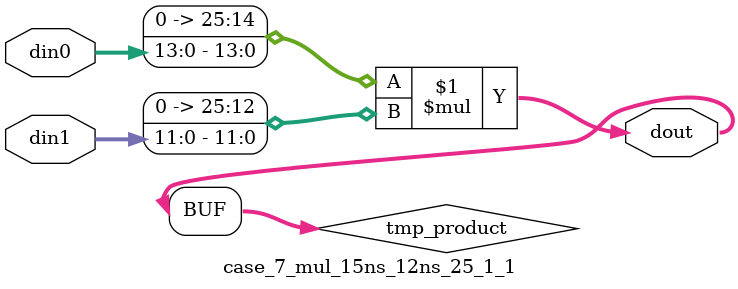
<source format=v>

`timescale 1 ns / 1 ps

 (* use_dsp = "no" *)  module case_7_mul_15ns_12ns_25_1_1(din0, din1, dout);
parameter ID = 1;
parameter NUM_STAGE = 0;
parameter din0_WIDTH = 14;
parameter din1_WIDTH = 12;
parameter dout_WIDTH = 26;

input [din0_WIDTH - 1 : 0] din0; 
input [din1_WIDTH - 1 : 0] din1; 
output [dout_WIDTH - 1 : 0] dout;

wire signed [dout_WIDTH - 1 : 0] tmp_product;
























assign tmp_product = $signed({1'b0, din0}) * $signed({1'b0, din1});











assign dout = tmp_product;





















endmodule

</source>
